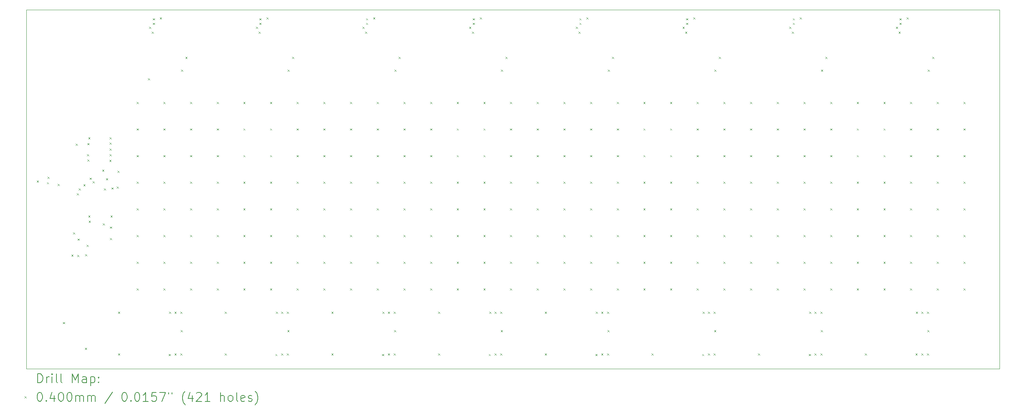
<source format=gbr>
%TF.GenerationSoftware,KiCad,Pcbnew,6.0.8+dfsg-1~bpo11+1*%
%TF.CreationDate,2023-08-01T08:48:22-04:00*%
%TF.ProjectId,14_8x32_self_capacitance,31345f38-7833-4325-9f73-656c665f6361,rev?*%
%TF.SameCoordinates,Original*%
%TF.FileFunction,Drillmap*%
%TF.FilePolarity,Positive*%
%FSLAX45Y45*%
G04 Gerber Fmt 4.5, Leading zero omitted, Abs format (unit mm)*
G04 Created by KiCad (PCBNEW 6.0.8+dfsg-1~bpo11+1) date 2023-08-01 08:48:22*
%MOMM*%
%LPD*%
G01*
G04 APERTURE LIST*
%ADD10C,0.100000*%
%ADD11C,0.200000*%
%ADD12C,0.040000*%
G04 APERTURE END LIST*
D10*
X4630000Y-3880000D02*
X26520000Y-3880000D01*
X26520000Y-3880000D02*
X26520000Y-11960000D01*
X26520000Y-11960000D02*
X4630000Y-11960000D01*
X4630000Y-11960000D02*
X4630000Y-3880000D01*
D11*
D12*
X4860000Y-7720000D02*
X4900000Y-7760000D01*
X4900000Y-7720000D02*
X4860000Y-7760000D01*
X5090000Y-7760000D02*
X5130000Y-7800000D01*
X5130000Y-7760000D02*
X5090000Y-7800000D01*
X5100000Y-7640000D02*
X5140000Y-7680000D01*
X5140000Y-7640000D02*
X5100000Y-7680000D01*
X5330000Y-7800000D02*
X5370000Y-7840000D01*
X5370000Y-7800000D02*
X5330000Y-7840000D01*
X5450000Y-10910000D02*
X5490000Y-10950000D01*
X5490000Y-10910000D02*
X5450000Y-10950000D01*
X5640000Y-9390000D02*
X5680000Y-9430000D01*
X5680000Y-9390000D02*
X5640000Y-9430000D01*
X5680000Y-8890000D02*
X5720000Y-8930000D01*
X5720000Y-8890000D02*
X5680000Y-8930000D01*
X5740000Y-6890000D02*
X5780000Y-6930000D01*
X5780000Y-6890000D02*
X5740000Y-6930000D01*
X5760000Y-8010000D02*
X5800000Y-8050000D01*
X5800000Y-8010000D02*
X5760000Y-8050000D01*
X5770000Y-9400000D02*
X5810000Y-9440000D01*
X5810000Y-9400000D02*
X5770000Y-9440000D01*
X5780000Y-9030000D02*
X5820000Y-9070000D01*
X5820000Y-9030000D02*
X5780000Y-9070000D01*
X5805921Y-7900000D02*
X5845921Y-7940000D01*
X5845921Y-7900000D02*
X5805921Y-7940000D01*
X5910000Y-7810000D02*
X5950000Y-7850000D01*
X5950000Y-7810000D02*
X5910000Y-7850000D01*
X5945921Y-11490000D02*
X5985921Y-11530000D01*
X5985921Y-11490000D02*
X5945921Y-11530000D01*
X5950000Y-9380000D02*
X5990000Y-9420000D01*
X5990000Y-9380000D02*
X5950000Y-9420000D01*
X5980000Y-9170000D02*
X6020000Y-9210000D01*
X6020000Y-9170000D02*
X5980000Y-9210000D01*
X5990000Y-7130000D02*
X6030000Y-7170000D01*
X6030000Y-7130000D02*
X5990000Y-7170000D01*
X6000000Y-6880000D02*
X6040000Y-6920000D01*
X6040000Y-6880000D02*
X6000000Y-6920000D01*
X6000000Y-7250000D02*
X6040000Y-7290000D01*
X6040000Y-7250000D02*
X6000000Y-7290000D01*
X6020000Y-6750000D02*
X6060000Y-6790000D01*
X6060000Y-6750000D02*
X6020000Y-6790000D01*
X6020000Y-8510000D02*
X6060000Y-8550000D01*
X6060000Y-8510000D02*
X6020000Y-8550000D01*
X6030000Y-8630000D02*
X6070000Y-8670000D01*
X6070000Y-8630000D02*
X6030000Y-8670000D01*
X6050000Y-7660000D02*
X6090000Y-7700000D01*
X6090000Y-7660000D02*
X6050000Y-7700000D01*
X6120000Y-7740000D02*
X6160000Y-7780000D01*
X6160000Y-7740000D02*
X6120000Y-7780000D01*
X6335000Y-7475000D02*
X6375000Y-7515000D01*
X6375000Y-7475000D02*
X6335000Y-7515000D01*
X6350000Y-8690000D02*
X6390000Y-8730000D01*
X6390000Y-8690000D02*
X6350000Y-8730000D01*
X6370000Y-7900000D02*
X6410000Y-7940000D01*
X6410000Y-7900000D02*
X6370000Y-7940000D01*
X6420000Y-7670000D02*
X6460000Y-7710000D01*
X6460000Y-7670000D02*
X6420000Y-7710000D01*
X6495500Y-7254500D02*
X6535500Y-7294500D01*
X6535500Y-7254500D02*
X6495500Y-7294500D01*
X6500000Y-6750000D02*
X6540000Y-6790000D01*
X6540000Y-6750000D02*
X6500000Y-6790000D01*
X6500000Y-6870000D02*
X6540000Y-6910000D01*
X6540000Y-6870000D02*
X6500000Y-6910000D01*
X6500000Y-7000000D02*
X6540000Y-7040000D01*
X6540000Y-7000000D02*
X6500000Y-7040000D01*
X6500000Y-7130000D02*
X6540000Y-7170000D01*
X6540000Y-7130000D02*
X6500000Y-7170000D01*
X6510000Y-8760000D02*
X6550000Y-8800000D01*
X6550000Y-8760000D02*
X6510000Y-8800000D01*
X6510000Y-9020000D02*
X6550000Y-9060000D01*
X6550000Y-9020000D02*
X6510000Y-9060000D01*
X6520000Y-8510000D02*
X6560000Y-8550000D01*
X6560000Y-8510000D02*
X6520000Y-8550000D01*
X6540000Y-7880000D02*
X6580000Y-7920000D01*
X6580000Y-7880000D02*
X6540000Y-7920000D01*
X6660000Y-7860000D02*
X6700000Y-7900000D01*
X6700000Y-7860000D02*
X6660000Y-7900000D01*
X6680000Y-7500000D02*
X6720000Y-7540000D01*
X6720000Y-7500000D02*
X6680000Y-7540000D01*
X6690000Y-10680000D02*
X6730000Y-10720000D01*
X6730000Y-10680000D02*
X6690000Y-10720000D01*
X6690000Y-11620000D02*
X6730000Y-11660000D01*
X6730000Y-11620000D02*
X6690000Y-11660000D01*
X7110000Y-5950000D02*
X7150000Y-5990000D01*
X7150000Y-5950000D02*
X7110000Y-5990000D01*
X7110000Y-6550000D02*
X7150000Y-6590000D01*
X7150000Y-6550000D02*
X7110000Y-6590000D01*
X7110000Y-7150000D02*
X7150000Y-7190000D01*
X7150000Y-7150000D02*
X7110000Y-7190000D01*
X7110000Y-7750000D02*
X7150000Y-7790000D01*
X7150000Y-7750000D02*
X7110000Y-7790000D01*
X7110000Y-8350000D02*
X7150000Y-8390000D01*
X7150000Y-8350000D02*
X7110000Y-8390000D01*
X7110000Y-8950000D02*
X7150000Y-8990000D01*
X7150000Y-8950000D02*
X7110000Y-8990000D01*
X7110000Y-9550000D02*
X7150000Y-9590000D01*
X7150000Y-9550000D02*
X7110000Y-9590000D01*
X7110000Y-10150000D02*
X7150000Y-10190000D01*
X7150000Y-10150000D02*
X7110000Y-10190000D01*
X7360000Y-5420000D02*
X7400000Y-5460000D01*
X7400000Y-5420000D02*
X7360000Y-5460000D01*
X7390000Y-4260000D02*
X7430000Y-4300000D01*
X7430000Y-4260000D02*
X7390000Y-4300000D01*
X7450000Y-4370000D02*
X7490000Y-4410000D01*
X7490000Y-4370000D02*
X7450000Y-4410000D01*
X7470000Y-4070000D02*
X7510000Y-4110000D01*
X7510000Y-4070000D02*
X7470000Y-4110000D01*
X7470000Y-4170000D02*
X7510000Y-4210000D01*
X7510000Y-4170000D02*
X7470000Y-4210000D01*
X7629605Y-4050395D02*
X7669605Y-4090395D01*
X7669605Y-4050395D02*
X7629605Y-4090395D01*
X7710000Y-5950000D02*
X7750000Y-5990000D01*
X7750000Y-5950000D02*
X7710000Y-5990000D01*
X7710000Y-6550000D02*
X7750000Y-6590000D01*
X7750000Y-6550000D02*
X7710000Y-6590000D01*
X7710000Y-7150000D02*
X7750000Y-7190000D01*
X7750000Y-7150000D02*
X7710000Y-7190000D01*
X7710000Y-7750000D02*
X7750000Y-7790000D01*
X7750000Y-7750000D02*
X7710000Y-7790000D01*
X7710000Y-8350000D02*
X7750000Y-8390000D01*
X7750000Y-8350000D02*
X7710000Y-8390000D01*
X7710000Y-8950000D02*
X7750000Y-8990000D01*
X7750000Y-8950000D02*
X7710000Y-8990000D01*
X7710000Y-9550000D02*
X7750000Y-9590000D01*
X7750000Y-9550000D02*
X7710000Y-9590000D01*
X7710000Y-10150000D02*
X7750000Y-10190000D01*
X7750000Y-10150000D02*
X7710000Y-10190000D01*
X7830000Y-11630000D02*
X7870000Y-11670000D01*
X7870000Y-11630000D02*
X7830000Y-11670000D01*
X7840000Y-10680000D02*
X7880000Y-10720000D01*
X7880000Y-10680000D02*
X7840000Y-10720000D01*
X7960000Y-10680000D02*
X8000000Y-10720000D01*
X8000000Y-10680000D02*
X7960000Y-10720000D01*
X7960000Y-11620000D02*
X8000000Y-11660000D01*
X8000000Y-11620000D02*
X7960000Y-11660000D01*
X8090000Y-10680000D02*
X8130000Y-10720000D01*
X8130000Y-10680000D02*
X8090000Y-10720000D01*
X8090000Y-11620000D02*
X8130000Y-11660000D01*
X8130000Y-11620000D02*
X8090000Y-11660000D01*
X8100000Y-11090000D02*
X8140000Y-11130000D01*
X8140000Y-11090000D02*
X8100000Y-11130000D01*
X8106450Y-5223550D02*
X8146450Y-5263550D01*
X8146450Y-5223550D02*
X8106450Y-5263550D01*
X8204550Y-4934550D02*
X8244550Y-4974550D01*
X8244550Y-4934550D02*
X8204550Y-4974550D01*
X8310000Y-5950000D02*
X8350000Y-5990000D01*
X8350000Y-5950000D02*
X8310000Y-5990000D01*
X8310000Y-6550000D02*
X8350000Y-6590000D01*
X8350000Y-6550000D02*
X8310000Y-6590000D01*
X8310000Y-7150000D02*
X8350000Y-7190000D01*
X8350000Y-7150000D02*
X8310000Y-7190000D01*
X8310000Y-7750000D02*
X8350000Y-7790000D01*
X8350000Y-7750000D02*
X8310000Y-7790000D01*
X8310000Y-8350000D02*
X8350000Y-8390000D01*
X8350000Y-8350000D02*
X8310000Y-8390000D01*
X8310000Y-8950000D02*
X8350000Y-8990000D01*
X8350000Y-8950000D02*
X8310000Y-8990000D01*
X8310000Y-9550000D02*
X8350000Y-9590000D01*
X8350000Y-9550000D02*
X8310000Y-9590000D01*
X8310000Y-10150000D02*
X8350000Y-10190000D01*
X8350000Y-10150000D02*
X8310000Y-10190000D01*
X8910000Y-5950000D02*
X8950000Y-5990000D01*
X8950000Y-5950000D02*
X8910000Y-5990000D01*
X8910000Y-6550000D02*
X8950000Y-6590000D01*
X8950000Y-6550000D02*
X8910000Y-6590000D01*
X8910000Y-7150000D02*
X8950000Y-7190000D01*
X8950000Y-7150000D02*
X8910000Y-7190000D01*
X8910000Y-7750000D02*
X8950000Y-7790000D01*
X8950000Y-7750000D02*
X8910000Y-7790000D01*
X8910000Y-8350000D02*
X8950000Y-8390000D01*
X8950000Y-8350000D02*
X8910000Y-8390000D01*
X8910000Y-8950000D02*
X8950000Y-8990000D01*
X8950000Y-8950000D02*
X8910000Y-8990000D01*
X8910000Y-9550000D02*
X8950000Y-9590000D01*
X8950000Y-9550000D02*
X8910000Y-9590000D01*
X8910000Y-10150000D02*
X8950000Y-10190000D01*
X8950000Y-10150000D02*
X8910000Y-10190000D01*
X9090000Y-10680000D02*
X9130000Y-10720000D01*
X9130000Y-10680000D02*
X9090000Y-10720000D01*
X9090000Y-11620000D02*
X9130000Y-11660000D01*
X9130000Y-11620000D02*
X9090000Y-11660000D01*
X9510000Y-5950000D02*
X9550000Y-5990000D01*
X9550000Y-5950000D02*
X9510000Y-5990000D01*
X9510000Y-6550000D02*
X9550000Y-6590000D01*
X9550000Y-6550000D02*
X9510000Y-6590000D01*
X9510000Y-7150000D02*
X9550000Y-7190000D01*
X9550000Y-7150000D02*
X9510000Y-7190000D01*
X9510000Y-7750000D02*
X9550000Y-7790000D01*
X9550000Y-7750000D02*
X9510000Y-7790000D01*
X9510000Y-8350000D02*
X9550000Y-8390000D01*
X9550000Y-8350000D02*
X9510000Y-8390000D01*
X9510000Y-8950000D02*
X9550000Y-8990000D01*
X9550000Y-8950000D02*
X9510000Y-8990000D01*
X9510000Y-9550000D02*
X9550000Y-9590000D01*
X9550000Y-9550000D02*
X9510000Y-9590000D01*
X9510000Y-10150000D02*
X9550000Y-10190000D01*
X9550000Y-10150000D02*
X9510000Y-10190000D01*
X9790000Y-4260000D02*
X9830000Y-4300000D01*
X9830000Y-4260000D02*
X9790000Y-4300000D01*
X9850000Y-4370000D02*
X9890000Y-4410000D01*
X9890000Y-4370000D02*
X9850000Y-4410000D01*
X9870000Y-4070000D02*
X9910000Y-4110000D01*
X9910000Y-4070000D02*
X9870000Y-4110000D01*
X9870000Y-4170000D02*
X9910000Y-4210000D01*
X9910000Y-4170000D02*
X9870000Y-4210000D01*
X10029605Y-4050395D02*
X10069605Y-4090395D01*
X10069605Y-4050395D02*
X10029605Y-4090395D01*
X10110000Y-5950000D02*
X10150000Y-5990000D01*
X10150000Y-5950000D02*
X10110000Y-5990000D01*
X10110000Y-6550000D02*
X10150000Y-6590000D01*
X10150000Y-6550000D02*
X10110000Y-6590000D01*
X10110000Y-7150000D02*
X10150000Y-7190000D01*
X10150000Y-7150000D02*
X10110000Y-7190000D01*
X10110000Y-7750000D02*
X10150000Y-7790000D01*
X10150000Y-7750000D02*
X10110000Y-7790000D01*
X10110000Y-8350000D02*
X10150000Y-8390000D01*
X10150000Y-8350000D02*
X10110000Y-8390000D01*
X10110000Y-8950000D02*
X10150000Y-8990000D01*
X10150000Y-8950000D02*
X10110000Y-8990000D01*
X10110000Y-9550000D02*
X10150000Y-9590000D01*
X10150000Y-9550000D02*
X10110000Y-9590000D01*
X10110000Y-10150000D02*
X10150000Y-10190000D01*
X10150000Y-10150000D02*
X10110000Y-10190000D01*
X10230000Y-11630000D02*
X10270000Y-11670000D01*
X10270000Y-11630000D02*
X10230000Y-11670000D01*
X10240000Y-10680000D02*
X10280000Y-10720000D01*
X10280000Y-10680000D02*
X10240000Y-10720000D01*
X10360000Y-10680000D02*
X10400000Y-10720000D01*
X10400000Y-10680000D02*
X10360000Y-10720000D01*
X10360000Y-11620000D02*
X10400000Y-11660000D01*
X10400000Y-11620000D02*
X10360000Y-11660000D01*
X10490000Y-10680000D02*
X10530000Y-10720000D01*
X10530000Y-10680000D02*
X10490000Y-10720000D01*
X10490000Y-11620000D02*
X10530000Y-11660000D01*
X10530000Y-11620000D02*
X10490000Y-11660000D01*
X10500000Y-11090000D02*
X10540000Y-11130000D01*
X10540000Y-11090000D02*
X10500000Y-11130000D01*
X10506450Y-5223550D02*
X10546450Y-5263550D01*
X10546450Y-5223550D02*
X10506450Y-5263550D01*
X10604550Y-4934550D02*
X10644550Y-4974550D01*
X10644550Y-4934550D02*
X10604550Y-4974550D01*
X10710000Y-5950000D02*
X10750000Y-5990000D01*
X10750000Y-5950000D02*
X10710000Y-5990000D01*
X10710000Y-6550000D02*
X10750000Y-6590000D01*
X10750000Y-6550000D02*
X10710000Y-6590000D01*
X10710000Y-7150000D02*
X10750000Y-7190000D01*
X10750000Y-7150000D02*
X10710000Y-7190000D01*
X10710000Y-7750000D02*
X10750000Y-7790000D01*
X10750000Y-7750000D02*
X10710000Y-7790000D01*
X10710000Y-8350000D02*
X10750000Y-8390000D01*
X10750000Y-8350000D02*
X10710000Y-8390000D01*
X10710000Y-8950000D02*
X10750000Y-8990000D01*
X10750000Y-8950000D02*
X10710000Y-8990000D01*
X10710000Y-9550000D02*
X10750000Y-9590000D01*
X10750000Y-9550000D02*
X10710000Y-9590000D01*
X10710000Y-10150000D02*
X10750000Y-10190000D01*
X10750000Y-10150000D02*
X10710000Y-10190000D01*
X11310000Y-5950000D02*
X11350000Y-5990000D01*
X11350000Y-5950000D02*
X11310000Y-5990000D01*
X11310000Y-6550000D02*
X11350000Y-6590000D01*
X11350000Y-6550000D02*
X11310000Y-6590000D01*
X11310000Y-7150000D02*
X11350000Y-7190000D01*
X11350000Y-7150000D02*
X11310000Y-7190000D01*
X11310000Y-7750000D02*
X11350000Y-7790000D01*
X11350000Y-7750000D02*
X11310000Y-7790000D01*
X11310000Y-8350000D02*
X11350000Y-8390000D01*
X11350000Y-8350000D02*
X11310000Y-8390000D01*
X11310000Y-8950000D02*
X11350000Y-8990000D01*
X11350000Y-8950000D02*
X11310000Y-8990000D01*
X11310000Y-9550000D02*
X11350000Y-9590000D01*
X11350000Y-9550000D02*
X11310000Y-9590000D01*
X11310000Y-10150000D02*
X11350000Y-10190000D01*
X11350000Y-10150000D02*
X11310000Y-10190000D01*
X11490000Y-10680000D02*
X11530000Y-10720000D01*
X11530000Y-10680000D02*
X11490000Y-10720000D01*
X11490000Y-11620000D02*
X11530000Y-11660000D01*
X11530000Y-11620000D02*
X11490000Y-11660000D01*
X11910000Y-5950000D02*
X11950000Y-5990000D01*
X11950000Y-5950000D02*
X11910000Y-5990000D01*
X11910000Y-6550000D02*
X11950000Y-6590000D01*
X11950000Y-6550000D02*
X11910000Y-6590000D01*
X11910000Y-7150000D02*
X11950000Y-7190000D01*
X11950000Y-7150000D02*
X11910000Y-7190000D01*
X11910000Y-7750000D02*
X11950000Y-7790000D01*
X11950000Y-7750000D02*
X11910000Y-7790000D01*
X11910000Y-8350000D02*
X11950000Y-8390000D01*
X11950000Y-8350000D02*
X11910000Y-8390000D01*
X11910000Y-8950000D02*
X11950000Y-8990000D01*
X11950000Y-8950000D02*
X11910000Y-8990000D01*
X11910000Y-9550000D02*
X11950000Y-9590000D01*
X11950000Y-9550000D02*
X11910000Y-9590000D01*
X11910000Y-10150000D02*
X11950000Y-10190000D01*
X11950000Y-10150000D02*
X11910000Y-10190000D01*
X12190000Y-4260000D02*
X12230000Y-4300000D01*
X12230000Y-4260000D02*
X12190000Y-4300000D01*
X12250000Y-4370000D02*
X12290000Y-4410000D01*
X12290000Y-4370000D02*
X12250000Y-4410000D01*
X12270000Y-4070000D02*
X12310000Y-4110000D01*
X12310000Y-4070000D02*
X12270000Y-4110000D01*
X12270000Y-4170000D02*
X12310000Y-4210000D01*
X12310000Y-4170000D02*
X12270000Y-4210000D01*
X12429605Y-4050395D02*
X12469605Y-4090395D01*
X12469605Y-4050395D02*
X12429605Y-4090395D01*
X12510000Y-5950000D02*
X12550000Y-5990000D01*
X12550000Y-5950000D02*
X12510000Y-5990000D01*
X12510000Y-6550000D02*
X12550000Y-6590000D01*
X12550000Y-6550000D02*
X12510000Y-6590000D01*
X12510000Y-7150000D02*
X12550000Y-7190000D01*
X12550000Y-7150000D02*
X12510000Y-7190000D01*
X12510000Y-7750000D02*
X12550000Y-7790000D01*
X12550000Y-7750000D02*
X12510000Y-7790000D01*
X12510000Y-8350000D02*
X12550000Y-8390000D01*
X12550000Y-8350000D02*
X12510000Y-8390000D01*
X12510000Y-8950000D02*
X12550000Y-8990000D01*
X12550000Y-8950000D02*
X12510000Y-8990000D01*
X12510000Y-9550000D02*
X12550000Y-9590000D01*
X12550000Y-9550000D02*
X12510000Y-9590000D01*
X12510000Y-10150000D02*
X12550000Y-10190000D01*
X12550000Y-10150000D02*
X12510000Y-10190000D01*
X12630000Y-11630000D02*
X12670000Y-11670000D01*
X12670000Y-11630000D02*
X12630000Y-11670000D01*
X12640000Y-10680000D02*
X12680000Y-10720000D01*
X12680000Y-10680000D02*
X12640000Y-10720000D01*
X12760000Y-10680000D02*
X12800000Y-10720000D01*
X12800000Y-10680000D02*
X12760000Y-10720000D01*
X12760000Y-11620000D02*
X12800000Y-11660000D01*
X12800000Y-11620000D02*
X12760000Y-11660000D01*
X12890000Y-10680000D02*
X12930000Y-10720000D01*
X12930000Y-10680000D02*
X12890000Y-10720000D01*
X12890000Y-11620000D02*
X12930000Y-11660000D01*
X12930000Y-11620000D02*
X12890000Y-11660000D01*
X12900000Y-11090000D02*
X12940000Y-11130000D01*
X12940000Y-11090000D02*
X12900000Y-11130000D01*
X12906450Y-5223550D02*
X12946450Y-5263550D01*
X12946450Y-5223550D02*
X12906450Y-5263550D01*
X13004550Y-4934550D02*
X13044550Y-4974550D01*
X13044550Y-4934550D02*
X13004550Y-4974550D01*
X13110000Y-5950000D02*
X13150000Y-5990000D01*
X13150000Y-5950000D02*
X13110000Y-5990000D01*
X13110000Y-6550000D02*
X13150000Y-6590000D01*
X13150000Y-6550000D02*
X13110000Y-6590000D01*
X13110000Y-7150000D02*
X13150000Y-7190000D01*
X13150000Y-7150000D02*
X13110000Y-7190000D01*
X13110000Y-7750000D02*
X13150000Y-7790000D01*
X13150000Y-7750000D02*
X13110000Y-7790000D01*
X13110000Y-8350000D02*
X13150000Y-8390000D01*
X13150000Y-8350000D02*
X13110000Y-8390000D01*
X13110000Y-8950000D02*
X13150000Y-8990000D01*
X13150000Y-8950000D02*
X13110000Y-8990000D01*
X13110000Y-9550000D02*
X13150000Y-9590000D01*
X13150000Y-9550000D02*
X13110000Y-9590000D01*
X13110000Y-10150000D02*
X13150000Y-10190000D01*
X13150000Y-10150000D02*
X13110000Y-10190000D01*
X13710000Y-5950000D02*
X13750000Y-5990000D01*
X13750000Y-5950000D02*
X13710000Y-5990000D01*
X13710000Y-6550000D02*
X13750000Y-6590000D01*
X13750000Y-6550000D02*
X13710000Y-6590000D01*
X13710000Y-7150000D02*
X13750000Y-7190000D01*
X13750000Y-7150000D02*
X13710000Y-7190000D01*
X13710000Y-7750000D02*
X13750000Y-7790000D01*
X13750000Y-7750000D02*
X13710000Y-7790000D01*
X13710000Y-8350000D02*
X13750000Y-8390000D01*
X13750000Y-8350000D02*
X13710000Y-8390000D01*
X13710000Y-8950000D02*
X13750000Y-8990000D01*
X13750000Y-8950000D02*
X13710000Y-8990000D01*
X13710000Y-9550000D02*
X13750000Y-9590000D01*
X13750000Y-9550000D02*
X13710000Y-9590000D01*
X13710000Y-10150000D02*
X13750000Y-10190000D01*
X13750000Y-10150000D02*
X13710000Y-10190000D01*
X13890000Y-10680000D02*
X13930000Y-10720000D01*
X13930000Y-10680000D02*
X13890000Y-10720000D01*
X13890000Y-11620000D02*
X13930000Y-11660000D01*
X13930000Y-11620000D02*
X13890000Y-11660000D01*
X14310000Y-5950000D02*
X14350000Y-5990000D01*
X14350000Y-5950000D02*
X14310000Y-5990000D01*
X14310000Y-6550000D02*
X14350000Y-6590000D01*
X14350000Y-6550000D02*
X14310000Y-6590000D01*
X14310000Y-7150000D02*
X14350000Y-7190000D01*
X14350000Y-7150000D02*
X14310000Y-7190000D01*
X14310000Y-7750000D02*
X14350000Y-7790000D01*
X14350000Y-7750000D02*
X14310000Y-7790000D01*
X14310000Y-8350000D02*
X14350000Y-8390000D01*
X14350000Y-8350000D02*
X14310000Y-8390000D01*
X14310000Y-8950000D02*
X14350000Y-8990000D01*
X14350000Y-8950000D02*
X14310000Y-8990000D01*
X14310000Y-9550000D02*
X14350000Y-9590000D01*
X14350000Y-9550000D02*
X14310000Y-9590000D01*
X14310000Y-10150000D02*
X14350000Y-10190000D01*
X14350000Y-10150000D02*
X14310000Y-10190000D01*
X14590000Y-4260000D02*
X14630000Y-4300000D01*
X14630000Y-4260000D02*
X14590000Y-4300000D01*
X14650000Y-4370000D02*
X14690000Y-4410000D01*
X14690000Y-4370000D02*
X14650000Y-4410000D01*
X14670000Y-4070000D02*
X14710000Y-4110000D01*
X14710000Y-4070000D02*
X14670000Y-4110000D01*
X14670000Y-4170000D02*
X14710000Y-4210000D01*
X14710000Y-4170000D02*
X14670000Y-4210000D01*
X14829605Y-4050395D02*
X14869605Y-4090395D01*
X14869605Y-4050395D02*
X14829605Y-4090395D01*
X14910000Y-5950000D02*
X14950000Y-5990000D01*
X14950000Y-5950000D02*
X14910000Y-5990000D01*
X14910000Y-6550000D02*
X14950000Y-6590000D01*
X14950000Y-6550000D02*
X14910000Y-6590000D01*
X14910000Y-7150000D02*
X14950000Y-7190000D01*
X14950000Y-7150000D02*
X14910000Y-7190000D01*
X14910000Y-7750000D02*
X14950000Y-7790000D01*
X14950000Y-7750000D02*
X14910000Y-7790000D01*
X14910000Y-8350000D02*
X14950000Y-8390000D01*
X14950000Y-8350000D02*
X14910000Y-8390000D01*
X14910000Y-8950000D02*
X14950000Y-8990000D01*
X14950000Y-8950000D02*
X14910000Y-8990000D01*
X14910000Y-9550000D02*
X14950000Y-9590000D01*
X14950000Y-9550000D02*
X14910000Y-9590000D01*
X14910000Y-10150000D02*
X14950000Y-10190000D01*
X14950000Y-10150000D02*
X14910000Y-10190000D01*
X15030000Y-11630000D02*
X15070000Y-11670000D01*
X15070000Y-11630000D02*
X15030000Y-11670000D01*
X15040000Y-10680000D02*
X15080000Y-10720000D01*
X15080000Y-10680000D02*
X15040000Y-10720000D01*
X15160000Y-10680000D02*
X15200000Y-10720000D01*
X15200000Y-10680000D02*
X15160000Y-10720000D01*
X15160000Y-11620000D02*
X15200000Y-11660000D01*
X15200000Y-11620000D02*
X15160000Y-11660000D01*
X15290000Y-10680000D02*
X15330000Y-10720000D01*
X15330000Y-10680000D02*
X15290000Y-10720000D01*
X15290000Y-11620000D02*
X15330000Y-11660000D01*
X15330000Y-11620000D02*
X15290000Y-11660000D01*
X15300000Y-11090000D02*
X15340000Y-11130000D01*
X15340000Y-11090000D02*
X15300000Y-11130000D01*
X15306450Y-5223550D02*
X15346450Y-5263550D01*
X15346450Y-5223550D02*
X15306450Y-5263550D01*
X15404550Y-4934550D02*
X15444550Y-4974550D01*
X15444550Y-4934550D02*
X15404550Y-4974550D01*
X15510000Y-5950000D02*
X15550000Y-5990000D01*
X15550000Y-5950000D02*
X15510000Y-5990000D01*
X15510000Y-6550000D02*
X15550000Y-6590000D01*
X15550000Y-6550000D02*
X15510000Y-6590000D01*
X15510000Y-7150000D02*
X15550000Y-7190000D01*
X15550000Y-7150000D02*
X15510000Y-7190000D01*
X15510000Y-7750000D02*
X15550000Y-7790000D01*
X15550000Y-7750000D02*
X15510000Y-7790000D01*
X15510000Y-8350000D02*
X15550000Y-8390000D01*
X15550000Y-8350000D02*
X15510000Y-8390000D01*
X15510000Y-8950000D02*
X15550000Y-8990000D01*
X15550000Y-8950000D02*
X15510000Y-8990000D01*
X15510000Y-9550000D02*
X15550000Y-9590000D01*
X15550000Y-9550000D02*
X15510000Y-9590000D01*
X15510000Y-10150000D02*
X15550000Y-10190000D01*
X15550000Y-10150000D02*
X15510000Y-10190000D01*
X16110000Y-5950000D02*
X16150000Y-5990000D01*
X16150000Y-5950000D02*
X16110000Y-5990000D01*
X16110000Y-6550000D02*
X16150000Y-6590000D01*
X16150000Y-6550000D02*
X16110000Y-6590000D01*
X16110000Y-7150000D02*
X16150000Y-7190000D01*
X16150000Y-7150000D02*
X16110000Y-7190000D01*
X16110000Y-7750000D02*
X16150000Y-7790000D01*
X16150000Y-7750000D02*
X16110000Y-7790000D01*
X16110000Y-8350000D02*
X16150000Y-8390000D01*
X16150000Y-8350000D02*
X16110000Y-8390000D01*
X16110000Y-8950000D02*
X16150000Y-8990000D01*
X16150000Y-8950000D02*
X16110000Y-8990000D01*
X16110000Y-9550000D02*
X16150000Y-9590000D01*
X16150000Y-9550000D02*
X16110000Y-9590000D01*
X16110000Y-10150000D02*
X16150000Y-10190000D01*
X16150000Y-10150000D02*
X16110000Y-10190000D01*
X16290000Y-10680000D02*
X16330000Y-10720000D01*
X16330000Y-10680000D02*
X16290000Y-10720000D01*
X16290000Y-11620000D02*
X16330000Y-11660000D01*
X16330000Y-11620000D02*
X16290000Y-11660000D01*
X16710000Y-5950000D02*
X16750000Y-5990000D01*
X16750000Y-5950000D02*
X16710000Y-5990000D01*
X16710000Y-6550000D02*
X16750000Y-6590000D01*
X16750000Y-6550000D02*
X16710000Y-6590000D01*
X16710000Y-7150000D02*
X16750000Y-7190000D01*
X16750000Y-7150000D02*
X16710000Y-7190000D01*
X16710000Y-7750000D02*
X16750000Y-7790000D01*
X16750000Y-7750000D02*
X16710000Y-7790000D01*
X16710000Y-8350000D02*
X16750000Y-8390000D01*
X16750000Y-8350000D02*
X16710000Y-8390000D01*
X16710000Y-8950000D02*
X16750000Y-8990000D01*
X16750000Y-8950000D02*
X16710000Y-8990000D01*
X16710000Y-9550000D02*
X16750000Y-9590000D01*
X16750000Y-9550000D02*
X16710000Y-9590000D01*
X16710000Y-10150000D02*
X16750000Y-10190000D01*
X16750000Y-10150000D02*
X16710000Y-10190000D01*
X16990000Y-4260000D02*
X17030000Y-4300000D01*
X17030000Y-4260000D02*
X16990000Y-4300000D01*
X17050000Y-4370000D02*
X17090000Y-4410000D01*
X17090000Y-4370000D02*
X17050000Y-4410000D01*
X17070000Y-4070000D02*
X17110000Y-4110000D01*
X17110000Y-4070000D02*
X17070000Y-4110000D01*
X17070000Y-4170000D02*
X17110000Y-4210000D01*
X17110000Y-4170000D02*
X17070000Y-4210000D01*
X17229605Y-4050395D02*
X17269605Y-4090395D01*
X17269605Y-4050395D02*
X17229605Y-4090395D01*
X17310000Y-5950000D02*
X17350000Y-5990000D01*
X17350000Y-5950000D02*
X17310000Y-5990000D01*
X17310000Y-6550000D02*
X17350000Y-6590000D01*
X17350000Y-6550000D02*
X17310000Y-6590000D01*
X17310000Y-7150000D02*
X17350000Y-7190000D01*
X17350000Y-7150000D02*
X17310000Y-7190000D01*
X17310000Y-7750000D02*
X17350000Y-7790000D01*
X17350000Y-7750000D02*
X17310000Y-7790000D01*
X17310000Y-8350000D02*
X17350000Y-8390000D01*
X17350000Y-8350000D02*
X17310000Y-8390000D01*
X17310000Y-8950000D02*
X17350000Y-8990000D01*
X17350000Y-8950000D02*
X17310000Y-8990000D01*
X17310000Y-9550000D02*
X17350000Y-9590000D01*
X17350000Y-9550000D02*
X17310000Y-9590000D01*
X17310000Y-10150000D02*
X17350000Y-10190000D01*
X17350000Y-10150000D02*
X17310000Y-10190000D01*
X17430000Y-11630000D02*
X17470000Y-11670000D01*
X17470000Y-11630000D02*
X17430000Y-11670000D01*
X17440000Y-10680000D02*
X17480000Y-10720000D01*
X17480000Y-10680000D02*
X17440000Y-10720000D01*
X17560000Y-10680000D02*
X17600000Y-10720000D01*
X17600000Y-10680000D02*
X17560000Y-10720000D01*
X17560000Y-11620000D02*
X17600000Y-11660000D01*
X17600000Y-11620000D02*
X17560000Y-11660000D01*
X17690000Y-10680000D02*
X17730000Y-10720000D01*
X17730000Y-10680000D02*
X17690000Y-10720000D01*
X17690000Y-11620000D02*
X17730000Y-11660000D01*
X17730000Y-11620000D02*
X17690000Y-11660000D01*
X17700000Y-11090000D02*
X17740000Y-11130000D01*
X17740000Y-11090000D02*
X17700000Y-11130000D01*
X17706450Y-5223550D02*
X17746450Y-5263550D01*
X17746450Y-5223550D02*
X17706450Y-5263550D01*
X17804550Y-4934550D02*
X17844550Y-4974550D01*
X17844550Y-4934550D02*
X17804550Y-4974550D01*
X17910000Y-5950000D02*
X17950000Y-5990000D01*
X17950000Y-5950000D02*
X17910000Y-5990000D01*
X17910000Y-6550000D02*
X17950000Y-6590000D01*
X17950000Y-6550000D02*
X17910000Y-6590000D01*
X17910000Y-7150000D02*
X17950000Y-7190000D01*
X17950000Y-7150000D02*
X17910000Y-7190000D01*
X17910000Y-7750000D02*
X17950000Y-7790000D01*
X17950000Y-7750000D02*
X17910000Y-7790000D01*
X17910000Y-8350000D02*
X17950000Y-8390000D01*
X17950000Y-8350000D02*
X17910000Y-8390000D01*
X17910000Y-8950000D02*
X17950000Y-8990000D01*
X17950000Y-8950000D02*
X17910000Y-8990000D01*
X17910000Y-9550000D02*
X17950000Y-9590000D01*
X17950000Y-9550000D02*
X17910000Y-9590000D01*
X17910000Y-10150000D02*
X17950000Y-10190000D01*
X17950000Y-10150000D02*
X17910000Y-10190000D01*
X18510000Y-5950000D02*
X18550000Y-5990000D01*
X18550000Y-5950000D02*
X18510000Y-5990000D01*
X18510000Y-6550000D02*
X18550000Y-6590000D01*
X18550000Y-6550000D02*
X18510000Y-6590000D01*
X18510000Y-7150000D02*
X18550000Y-7190000D01*
X18550000Y-7150000D02*
X18510000Y-7190000D01*
X18510000Y-7750000D02*
X18550000Y-7790000D01*
X18550000Y-7750000D02*
X18510000Y-7790000D01*
X18510000Y-8350000D02*
X18550000Y-8390000D01*
X18550000Y-8350000D02*
X18510000Y-8390000D01*
X18510000Y-8950000D02*
X18550000Y-8990000D01*
X18550000Y-8950000D02*
X18510000Y-8990000D01*
X18510000Y-9550000D02*
X18550000Y-9590000D01*
X18550000Y-9550000D02*
X18510000Y-9590000D01*
X18510000Y-10150000D02*
X18550000Y-10190000D01*
X18550000Y-10150000D02*
X18510000Y-10190000D01*
X18690000Y-11620000D02*
X18730000Y-11660000D01*
X18730000Y-11620000D02*
X18690000Y-11660000D01*
X19110000Y-5950000D02*
X19150000Y-5990000D01*
X19150000Y-5950000D02*
X19110000Y-5990000D01*
X19110000Y-6550000D02*
X19150000Y-6590000D01*
X19150000Y-6550000D02*
X19110000Y-6590000D01*
X19110000Y-7150000D02*
X19150000Y-7190000D01*
X19150000Y-7150000D02*
X19110000Y-7190000D01*
X19110000Y-7750000D02*
X19150000Y-7790000D01*
X19150000Y-7750000D02*
X19110000Y-7790000D01*
X19110000Y-8350000D02*
X19150000Y-8390000D01*
X19150000Y-8350000D02*
X19110000Y-8390000D01*
X19110000Y-8950000D02*
X19150000Y-8990000D01*
X19150000Y-8950000D02*
X19110000Y-8990000D01*
X19110000Y-9550000D02*
X19150000Y-9590000D01*
X19150000Y-9550000D02*
X19110000Y-9590000D01*
X19110000Y-10150000D02*
X19150000Y-10190000D01*
X19150000Y-10150000D02*
X19110000Y-10190000D01*
X19390000Y-4260000D02*
X19430000Y-4300000D01*
X19430000Y-4260000D02*
X19390000Y-4300000D01*
X19450000Y-4370000D02*
X19490000Y-4410000D01*
X19490000Y-4370000D02*
X19450000Y-4410000D01*
X19470000Y-4070000D02*
X19510000Y-4110000D01*
X19510000Y-4070000D02*
X19470000Y-4110000D01*
X19470000Y-4170000D02*
X19510000Y-4210000D01*
X19510000Y-4170000D02*
X19470000Y-4210000D01*
X19629605Y-4050395D02*
X19669605Y-4090395D01*
X19669605Y-4050395D02*
X19629605Y-4090395D01*
X19710000Y-5950000D02*
X19750000Y-5990000D01*
X19750000Y-5950000D02*
X19710000Y-5990000D01*
X19710000Y-6550000D02*
X19750000Y-6590000D01*
X19750000Y-6550000D02*
X19710000Y-6590000D01*
X19710000Y-7150000D02*
X19750000Y-7190000D01*
X19750000Y-7150000D02*
X19710000Y-7190000D01*
X19710000Y-7750000D02*
X19750000Y-7790000D01*
X19750000Y-7750000D02*
X19710000Y-7790000D01*
X19710000Y-8350000D02*
X19750000Y-8390000D01*
X19750000Y-8350000D02*
X19710000Y-8390000D01*
X19710000Y-8950000D02*
X19750000Y-8990000D01*
X19750000Y-8950000D02*
X19710000Y-8990000D01*
X19710000Y-9550000D02*
X19750000Y-9590000D01*
X19750000Y-9550000D02*
X19710000Y-9590000D01*
X19710000Y-10150000D02*
X19750000Y-10190000D01*
X19750000Y-10150000D02*
X19710000Y-10190000D01*
X19830000Y-11630000D02*
X19870000Y-11670000D01*
X19870000Y-11630000D02*
X19830000Y-11670000D01*
X19840000Y-10680000D02*
X19880000Y-10720000D01*
X19880000Y-10680000D02*
X19840000Y-10720000D01*
X19960000Y-10680000D02*
X20000000Y-10720000D01*
X20000000Y-10680000D02*
X19960000Y-10720000D01*
X19960000Y-11620000D02*
X20000000Y-11660000D01*
X20000000Y-11620000D02*
X19960000Y-11660000D01*
X20090000Y-10680000D02*
X20130000Y-10720000D01*
X20130000Y-10680000D02*
X20090000Y-10720000D01*
X20090000Y-11620000D02*
X20130000Y-11660000D01*
X20130000Y-11620000D02*
X20090000Y-11660000D01*
X20100000Y-11090000D02*
X20140000Y-11130000D01*
X20140000Y-11090000D02*
X20100000Y-11130000D01*
X20106450Y-5223550D02*
X20146450Y-5263550D01*
X20146450Y-5223550D02*
X20106450Y-5263550D01*
X20204550Y-4934550D02*
X20244550Y-4974550D01*
X20244550Y-4934550D02*
X20204550Y-4974550D01*
X20310000Y-5950000D02*
X20350000Y-5990000D01*
X20350000Y-5950000D02*
X20310000Y-5990000D01*
X20310000Y-6550000D02*
X20350000Y-6590000D01*
X20350000Y-6550000D02*
X20310000Y-6590000D01*
X20310000Y-7150000D02*
X20350000Y-7190000D01*
X20350000Y-7150000D02*
X20310000Y-7190000D01*
X20310000Y-7750000D02*
X20350000Y-7790000D01*
X20350000Y-7750000D02*
X20310000Y-7790000D01*
X20310000Y-8350000D02*
X20350000Y-8390000D01*
X20350000Y-8350000D02*
X20310000Y-8390000D01*
X20310000Y-8950000D02*
X20350000Y-8990000D01*
X20350000Y-8950000D02*
X20310000Y-8990000D01*
X20310000Y-9550000D02*
X20350000Y-9590000D01*
X20350000Y-9550000D02*
X20310000Y-9590000D01*
X20310000Y-10150000D02*
X20350000Y-10190000D01*
X20350000Y-10150000D02*
X20310000Y-10190000D01*
X20910000Y-5950000D02*
X20950000Y-5990000D01*
X20950000Y-5950000D02*
X20910000Y-5990000D01*
X20910000Y-6550000D02*
X20950000Y-6590000D01*
X20950000Y-6550000D02*
X20910000Y-6590000D01*
X20910000Y-7150000D02*
X20950000Y-7190000D01*
X20950000Y-7150000D02*
X20910000Y-7190000D01*
X20910000Y-7750000D02*
X20950000Y-7790000D01*
X20950000Y-7750000D02*
X20910000Y-7790000D01*
X20910000Y-8350000D02*
X20950000Y-8390000D01*
X20950000Y-8350000D02*
X20910000Y-8390000D01*
X20910000Y-8950000D02*
X20950000Y-8990000D01*
X20950000Y-8950000D02*
X20910000Y-8990000D01*
X20910000Y-9550000D02*
X20950000Y-9590000D01*
X20950000Y-9550000D02*
X20910000Y-9590000D01*
X20910000Y-10150000D02*
X20950000Y-10190000D01*
X20950000Y-10150000D02*
X20910000Y-10190000D01*
X21090000Y-11620000D02*
X21130000Y-11660000D01*
X21130000Y-11620000D02*
X21090000Y-11660000D01*
X21510000Y-5950000D02*
X21550000Y-5990000D01*
X21550000Y-5950000D02*
X21510000Y-5990000D01*
X21510000Y-6550000D02*
X21550000Y-6590000D01*
X21550000Y-6550000D02*
X21510000Y-6590000D01*
X21510000Y-7150000D02*
X21550000Y-7190000D01*
X21550000Y-7150000D02*
X21510000Y-7190000D01*
X21510000Y-7750000D02*
X21550000Y-7790000D01*
X21550000Y-7750000D02*
X21510000Y-7790000D01*
X21510000Y-8350000D02*
X21550000Y-8390000D01*
X21550000Y-8350000D02*
X21510000Y-8390000D01*
X21510000Y-8950000D02*
X21550000Y-8990000D01*
X21550000Y-8950000D02*
X21510000Y-8990000D01*
X21510000Y-9550000D02*
X21550000Y-9590000D01*
X21550000Y-9550000D02*
X21510000Y-9590000D01*
X21510000Y-10150000D02*
X21550000Y-10190000D01*
X21550000Y-10150000D02*
X21510000Y-10190000D01*
X21790000Y-4260000D02*
X21830000Y-4300000D01*
X21830000Y-4260000D02*
X21790000Y-4300000D01*
X21850000Y-4370000D02*
X21890000Y-4410000D01*
X21890000Y-4370000D02*
X21850000Y-4410000D01*
X21870000Y-4070000D02*
X21910000Y-4110000D01*
X21910000Y-4070000D02*
X21870000Y-4110000D01*
X21870000Y-4170000D02*
X21910000Y-4210000D01*
X21910000Y-4170000D02*
X21870000Y-4210000D01*
X22029605Y-4050395D02*
X22069605Y-4090395D01*
X22069605Y-4050395D02*
X22029605Y-4090395D01*
X22110000Y-5950000D02*
X22150000Y-5990000D01*
X22150000Y-5950000D02*
X22110000Y-5990000D01*
X22110000Y-6550000D02*
X22150000Y-6590000D01*
X22150000Y-6550000D02*
X22110000Y-6590000D01*
X22110000Y-7150000D02*
X22150000Y-7190000D01*
X22150000Y-7150000D02*
X22110000Y-7190000D01*
X22110000Y-7750000D02*
X22150000Y-7790000D01*
X22150000Y-7750000D02*
X22110000Y-7790000D01*
X22110000Y-8350000D02*
X22150000Y-8390000D01*
X22150000Y-8350000D02*
X22110000Y-8390000D01*
X22110000Y-8950000D02*
X22150000Y-8990000D01*
X22150000Y-8950000D02*
X22110000Y-8990000D01*
X22110000Y-9550000D02*
X22150000Y-9590000D01*
X22150000Y-9550000D02*
X22110000Y-9590000D01*
X22110000Y-10150000D02*
X22150000Y-10190000D01*
X22150000Y-10150000D02*
X22110000Y-10190000D01*
X22230000Y-11630000D02*
X22270000Y-11670000D01*
X22270000Y-11630000D02*
X22230000Y-11670000D01*
X22240000Y-10680000D02*
X22280000Y-10720000D01*
X22280000Y-10680000D02*
X22240000Y-10720000D01*
X22360000Y-10680000D02*
X22400000Y-10720000D01*
X22400000Y-10680000D02*
X22360000Y-10720000D01*
X22360000Y-11620000D02*
X22400000Y-11660000D01*
X22400000Y-11620000D02*
X22360000Y-11660000D01*
X22490000Y-10680000D02*
X22530000Y-10720000D01*
X22530000Y-10680000D02*
X22490000Y-10720000D01*
X22490000Y-11620000D02*
X22530000Y-11660000D01*
X22530000Y-11620000D02*
X22490000Y-11660000D01*
X22500000Y-11090000D02*
X22540000Y-11130000D01*
X22540000Y-11090000D02*
X22500000Y-11130000D01*
X22506450Y-5223550D02*
X22546450Y-5263550D01*
X22546450Y-5223550D02*
X22506450Y-5263550D01*
X22604550Y-4934550D02*
X22644550Y-4974550D01*
X22644550Y-4934550D02*
X22604550Y-4974550D01*
X22710000Y-5950000D02*
X22750000Y-5990000D01*
X22750000Y-5950000D02*
X22710000Y-5990000D01*
X22710000Y-6550000D02*
X22750000Y-6590000D01*
X22750000Y-6550000D02*
X22710000Y-6590000D01*
X22710000Y-7150000D02*
X22750000Y-7190000D01*
X22750000Y-7150000D02*
X22710000Y-7190000D01*
X22710000Y-7750000D02*
X22750000Y-7790000D01*
X22750000Y-7750000D02*
X22710000Y-7790000D01*
X22710000Y-8350000D02*
X22750000Y-8390000D01*
X22750000Y-8350000D02*
X22710000Y-8390000D01*
X22710000Y-8950000D02*
X22750000Y-8990000D01*
X22750000Y-8950000D02*
X22710000Y-8990000D01*
X22710000Y-9550000D02*
X22750000Y-9590000D01*
X22750000Y-9550000D02*
X22710000Y-9590000D01*
X22710000Y-10150000D02*
X22750000Y-10190000D01*
X22750000Y-10150000D02*
X22710000Y-10190000D01*
X23310000Y-5950000D02*
X23350000Y-5990000D01*
X23350000Y-5950000D02*
X23310000Y-5990000D01*
X23310000Y-6550000D02*
X23350000Y-6590000D01*
X23350000Y-6550000D02*
X23310000Y-6590000D01*
X23310000Y-7150000D02*
X23350000Y-7190000D01*
X23350000Y-7150000D02*
X23310000Y-7190000D01*
X23310000Y-7750000D02*
X23350000Y-7790000D01*
X23350000Y-7750000D02*
X23310000Y-7790000D01*
X23310000Y-8350000D02*
X23350000Y-8390000D01*
X23350000Y-8350000D02*
X23310000Y-8390000D01*
X23310000Y-8950000D02*
X23350000Y-8990000D01*
X23350000Y-8950000D02*
X23310000Y-8990000D01*
X23310000Y-9550000D02*
X23350000Y-9590000D01*
X23350000Y-9550000D02*
X23310000Y-9590000D01*
X23310000Y-10150000D02*
X23350000Y-10190000D01*
X23350000Y-10150000D02*
X23310000Y-10190000D01*
X23490000Y-11620000D02*
X23530000Y-11660000D01*
X23530000Y-11620000D02*
X23490000Y-11660000D01*
X23910000Y-5950000D02*
X23950000Y-5990000D01*
X23950000Y-5950000D02*
X23910000Y-5990000D01*
X23910000Y-6550000D02*
X23950000Y-6590000D01*
X23950000Y-6550000D02*
X23910000Y-6590000D01*
X23910000Y-7150000D02*
X23950000Y-7190000D01*
X23950000Y-7150000D02*
X23910000Y-7190000D01*
X23910000Y-7750000D02*
X23950000Y-7790000D01*
X23950000Y-7750000D02*
X23910000Y-7790000D01*
X23910000Y-8350000D02*
X23950000Y-8390000D01*
X23950000Y-8350000D02*
X23910000Y-8390000D01*
X23910000Y-8950000D02*
X23950000Y-8990000D01*
X23950000Y-8950000D02*
X23910000Y-8990000D01*
X23910000Y-9550000D02*
X23950000Y-9590000D01*
X23950000Y-9550000D02*
X23910000Y-9590000D01*
X23910000Y-10150000D02*
X23950000Y-10190000D01*
X23950000Y-10150000D02*
X23910000Y-10190000D01*
X24190000Y-4260000D02*
X24230000Y-4300000D01*
X24230000Y-4260000D02*
X24190000Y-4300000D01*
X24250000Y-4370000D02*
X24290000Y-4410000D01*
X24290000Y-4370000D02*
X24250000Y-4410000D01*
X24270000Y-4070000D02*
X24310000Y-4110000D01*
X24310000Y-4070000D02*
X24270000Y-4110000D01*
X24270000Y-4170000D02*
X24310000Y-4210000D01*
X24310000Y-4170000D02*
X24270000Y-4210000D01*
X24429605Y-4050395D02*
X24469605Y-4090395D01*
X24469605Y-4050395D02*
X24429605Y-4090395D01*
X24510000Y-5950000D02*
X24550000Y-5990000D01*
X24550000Y-5950000D02*
X24510000Y-5990000D01*
X24510000Y-6550000D02*
X24550000Y-6590000D01*
X24550000Y-6550000D02*
X24510000Y-6590000D01*
X24510000Y-7150000D02*
X24550000Y-7190000D01*
X24550000Y-7150000D02*
X24510000Y-7190000D01*
X24510000Y-7750000D02*
X24550000Y-7790000D01*
X24550000Y-7750000D02*
X24510000Y-7790000D01*
X24510000Y-8350000D02*
X24550000Y-8390000D01*
X24550000Y-8350000D02*
X24510000Y-8390000D01*
X24510000Y-8950000D02*
X24550000Y-8990000D01*
X24550000Y-8950000D02*
X24510000Y-8990000D01*
X24510000Y-9550000D02*
X24550000Y-9590000D01*
X24550000Y-9550000D02*
X24510000Y-9590000D01*
X24510000Y-10150000D02*
X24550000Y-10190000D01*
X24550000Y-10150000D02*
X24510000Y-10190000D01*
X24630000Y-11620000D02*
X24670000Y-11660000D01*
X24670000Y-11620000D02*
X24630000Y-11660000D01*
X24640000Y-10680000D02*
X24680000Y-10720000D01*
X24680000Y-10680000D02*
X24640000Y-10720000D01*
X24760000Y-10680000D02*
X24800000Y-10720000D01*
X24800000Y-10680000D02*
X24760000Y-10720000D01*
X24760000Y-11620000D02*
X24800000Y-11660000D01*
X24800000Y-11620000D02*
X24760000Y-11660000D01*
X24890000Y-10680000D02*
X24930000Y-10720000D01*
X24930000Y-10680000D02*
X24890000Y-10720000D01*
X24890000Y-11620000D02*
X24930000Y-11660000D01*
X24930000Y-11620000D02*
X24890000Y-11660000D01*
X24900000Y-11090000D02*
X24940000Y-11130000D01*
X24940000Y-11090000D02*
X24900000Y-11130000D01*
X24906450Y-5223550D02*
X24946450Y-5263550D01*
X24946450Y-5223550D02*
X24906450Y-5263550D01*
X25004550Y-4934550D02*
X25044550Y-4974550D01*
X25044550Y-4934550D02*
X25004550Y-4974550D01*
X25110000Y-5950000D02*
X25150000Y-5990000D01*
X25150000Y-5950000D02*
X25110000Y-5990000D01*
X25110000Y-6550000D02*
X25150000Y-6590000D01*
X25150000Y-6550000D02*
X25110000Y-6590000D01*
X25110000Y-7150000D02*
X25150000Y-7190000D01*
X25150000Y-7150000D02*
X25110000Y-7190000D01*
X25110000Y-7750000D02*
X25150000Y-7790000D01*
X25150000Y-7750000D02*
X25110000Y-7790000D01*
X25110000Y-8350000D02*
X25150000Y-8390000D01*
X25150000Y-8350000D02*
X25110000Y-8390000D01*
X25110000Y-8950000D02*
X25150000Y-8990000D01*
X25150000Y-8950000D02*
X25110000Y-8990000D01*
X25110000Y-9550000D02*
X25150000Y-9590000D01*
X25150000Y-9550000D02*
X25110000Y-9590000D01*
X25110000Y-10150000D02*
X25150000Y-10190000D01*
X25150000Y-10150000D02*
X25110000Y-10190000D01*
X25710000Y-5950000D02*
X25750000Y-5990000D01*
X25750000Y-5950000D02*
X25710000Y-5990000D01*
X25710000Y-6550000D02*
X25750000Y-6590000D01*
X25750000Y-6550000D02*
X25710000Y-6590000D01*
X25710000Y-7150000D02*
X25750000Y-7190000D01*
X25750000Y-7150000D02*
X25710000Y-7190000D01*
X25710000Y-7750000D02*
X25750000Y-7790000D01*
X25750000Y-7750000D02*
X25710000Y-7790000D01*
X25710000Y-8350000D02*
X25750000Y-8390000D01*
X25750000Y-8350000D02*
X25710000Y-8390000D01*
X25710000Y-8950000D02*
X25750000Y-8990000D01*
X25750000Y-8950000D02*
X25710000Y-8990000D01*
X25710000Y-9550000D02*
X25750000Y-9590000D01*
X25750000Y-9550000D02*
X25710000Y-9590000D01*
X25710000Y-10150000D02*
X25750000Y-10190000D01*
X25750000Y-10150000D02*
X25710000Y-10190000D01*
D11*
X4882619Y-12275476D02*
X4882619Y-12075476D01*
X4930238Y-12075476D01*
X4958810Y-12085000D01*
X4977857Y-12104048D01*
X4987381Y-12123095D01*
X4996905Y-12161190D01*
X4996905Y-12189762D01*
X4987381Y-12227857D01*
X4977857Y-12246905D01*
X4958810Y-12265952D01*
X4930238Y-12275476D01*
X4882619Y-12275476D01*
X5082619Y-12275476D02*
X5082619Y-12142143D01*
X5082619Y-12180238D02*
X5092143Y-12161190D01*
X5101667Y-12151667D01*
X5120714Y-12142143D01*
X5139762Y-12142143D01*
X5206429Y-12275476D02*
X5206429Y-12142143D01*
X5206429Y-12075476D02*
X5196905Y-12085000D01*
X5206429Y-12094524D01*
X5215952Y-12085000D01*
X5206429Y-12075476D01*
X5206429Y-12094524D01*
X5330238Y-12275476D02*
X5311190Y-12265952D01*
X5301667Y-12246905D01*
X5301667Y-12075476D01*
X5435000Y-12275476D02*
X5415952Y-12265952D01*
X5406429Y-12246905D01*
X5406429Y-12075476D01*
X5663571Y-12275476D02*
X5663571Y-12075476D01*
X5730238Y-12218333D01*
X5796905Y-12075476D01*
X5796905Y-12275476D01*
X5977857Y-12275476D02*
X5977857Y-12170714D01*
X5968333Y-12151667D01*
X5949286Y-12142143D01*
X5911190Y-12142143D01*
X5892143Y-12151667D01*
X5977857Y-12265952D02*
X5958809Y-12275476D01*
X5911190Y-12275476D01*
X5892143Y-12265952D01*
X5882619Y-12246905D01*
X5882619Y-12227857D01*
X5892143Y-12208809D01*
X5911190Y-12199286D01*
X5958809Y-12199286D01*
X5977857Y-12189762D01*
X6073095Y-12142143D02*
X6073095Y-12342143D01*
X6073095Y-12151667D02*
X6092143Y-12142143D01*
X6130238Y-12142143D01*
X6149286Y-12151667D01*
X6158809Y-12161190D01*
X6168333Y-12180238D01*
X6168333Y-12237381D01*
X6158809Y-12256428D01*
X6149286Y-12265952D01*
X6130238Y-12275476D01*
X6092143Y-12275476D01*
X6073095Y-12265952D01*
X6254048Y-12256428D02*
X6263571Y-12265952D01*
X6254048Y-12275476D01*
X6244524Y-12265952D01*
X6254048Y-12256428D01*
X6254048Y-12275476D01*
X6254048Y-12151667D02*
X6263571Y-12161190D01*
X6254048Y-12170714D01*
X6244524Y-12161190D01*
X6254048Y-12151667D01*
X6254048Y-12170714D01*
D12*
X4585000Y-12585000D02*
X4625000Y-12625000D01*
X4625000Y-12585000D02*
X4585000Y-12625000D01*
D11*
X4920714Y-12495476D02*
X4939762Y-12495476D01*
X4958810Y-12505000D01*
X4968333Y-12514524D01*
X4977857Y-12533571D01*
X4987381Y-12571667D01*
X4987381Y-12619286D01*
X4977857Y-12657381D01*
X4968333Y-12676428D01*
X4958810Y-12685952D01*
X4939762Y-12695476D01*
X4920714Y-12695476D01*
X4901667Y-12685952D01*
X4892143Y-12676428D01*
X4882619Y-12657381D01*
X4873095Y-12619286D01*
X4873095Y-12571667D01*
X4882619Y-12533571D01*
X4892143Y-12514524D01*
X4901667Y-12505000D01*
X4920714Y-12495476D01*
X5073095Y-12676428D02*
X5082619Y-12685952D01*
X5073095Y-12695476D01*
X5063571Y-12685952D01*
X5073095Y-12676428D01*
X5073095Y-12695476D01*
X5254048Y-12562143D02*
X5254048Y-12695476D01*
X5206429Y-12485952D02*
X5158810Y-12628809D01*
X5282619Y-12628809D01*
X5396905Y-12495476D02*
X5415952Y-12495476D01*
X5435000Y-12505000D01*
X5444524Y-12514524D01*
X5454048Y-12533571D01*
X5463571Y-12571667D01*
X5463571Y-12619286D01*
X5454048Y-12657381D01*
X5444524Y-12676428D01*
X5435000Y-12685952D01*
X5415952Y-12695476D01*
X5396905Y-12695476D01*
X5377857Y-12685952D01*
X5368333Y-12676428D01*
X5358810Y-12657381D01*
X5349286Y-12619286D01*
X5349286Y-12571667D01*
X5358810Y-12533571D01*
X5368333Y-12514524D01*
X5377857Y-12505000D01*
X5396905Y-12495476D01*
X5587381Y-12495476D02*
X5606428Y-12495476D01*
X5625476Y-12505000D01*
X5635000Y-12514524D01*
X5644524Y-12533571D01*
X5654048Y-12571667D01*
X5654048Y-12619286D01*
X5644524Y-12657381D01*
X5635000Y-12676428D01*
X5625476Y-12685952D01*
X5606428Y-12695476D01*
X5587381Y-12695476D01*
X5568333Y-12685952D01*
X5558810Y-12676428D01*
X5549286Y-12657381D01*
X5539762Y-12619286D01*
X5539762Y-12571667D01*
X5549286Y-12533571D01*
X5558810Y-12514524D01*
X5568333Y-12505000D01*
X5587381Y-12495476D01*
X5739762Y-12695476D02*
X5739762Y-12562143D01*
X5739762Y-12581190D02*
X5749286Y-12571667D01*
X5768333Y-12562143D01*
X5796905Y-12562143D01*
X5815952Y-12571667D01*
X5825476Y-12590714D01*
X5825476Y-12695476D01*
X5825476Y-12590714D02*
X5835000Y-12571667D01*
X5854048Y-12562143D01*
X5882619Y-12562143D01*
X5901667Y-12571667D01*
X5911190Y-12590714D01*
X5911190Y-12695476D01*
X6006428Y-12695476D02*
X6006428Y-12562143D01*
X6006428Y-12581190D02*
X6015952Y-12571667D01*
X6035000Y-12562143D01*
X6063571Y-12562143D01*
X6082619Y-12571667D01*
X6092143Y-12590714D01*
X6092143Y-12695476D01*
X6092143Y-12590714D02*
X6101667Y-12571667D01*
X6120714Y-12562143D01*
X6149286Y-12562143D01*
X6168333Y-12571667D01*
X6177857Y-12590714D01*
X6177857Y-12695476D01*
X6568333Y-12485952D02*
X6396905Y-12743095D01*
X6825476Y-12495476D02*
X6844524Y-12495476D01*
X6863571Y-12505000D01*
X6873095Y-12514524D01*
X6882619Y-12533571D01*
X6892143Y-12571667D01*
X6892143Y-12619286D01*
X6882619Y-12657381D01*
X6873095Y-12676428D01*
X6863571Y-12685952D01*
X6844524Y-12695476D01*
X6825476Y-12695476D01*
X6806428Y-12685952D01*
X6796905Y-12676428D01*
X6787381Y-12657381D01*
X6777857Y-12619286D01*
X6777857Y-12571667D01*
X6787381Y-12533571D01*
X6796905Y-12514524D01*
X6806428Y-12505000D01*
X6825476Y-12495476D01*
X6977857Y-12676428D02*
X6987381Y-12685952D01*
X6977857Y-12695476D01*
X6968333Y-12685952D01*
X6977857Y-12676428D01*
X6977857Y-12695476D01*
X7111190Y-12495476D02*
X7130238Y-12495476D01*
X7149286Y-12505000D01*
X7158809Y-12514524D01*
X7168333Y-12533571D01*
X7177857Y-12571667D01*
X7177857Y-12619286D01*
X7168333Y-12657381D01*
X7158809Y-12676428D01*
X7149286Y-12685952D01*
X7130238Y-12695476D01*
X7111190Y-12695476D01*
X7092143Y-12685952D01*
X7082619Y-12676428D01*
X7073095Y-12657381D01*
X7063571Y-12619286D01*
X7063571Y-12571667D01*
X7073095Y-12533571D01*
X7082619Y-12514524D01*
X7092143Y-12505000D01*
X7111190Y-12495476D01*
X7368333Y-12695476D02*
X7254048Y-12695476D01*
X7311190Y-12695476D02*
X7311190Y-12495476D01*
X7292143Y-12524048D01*
X7273095Y-12543095D01*
X7254048Y-12552619D01*
X7549286Y-12495476D02*
X7454048Y-12495476D01*
X7444524Y-12590714D01*
X7454048Y-12581190D01*
X7473095Y-12571667D01*
X7520714Y-12571667D01*
X7539762Y-12581190D01*
X7549286Y-12590714D01*
X7558809Y-12609762D01*
X7558809Y-12657381D01*
X7549286Y-12676428D01*
X7539762Y-12685952D01*
X7520714Y-12695476D01*
X7473095Y-12695476D01*
X7454048Y-12685952D01*
X7444524Y-12676428D01*
X7625476Y-12495476D02*
X7758809Y-12495476D01*
X7673095Y-12695476D01*
X7825476Y-12495476D02*
X7825476Y-12533571D01*
X7901667Y-12495476D02*
X7901667Y-12533571D01*
X8196905Y-12771667D02*
X8187381Y-12762143D01*
X8168333Y-12733571D01*
X8158809Y-12714524D01*
X8149286Y-12685952D01*
X8139762Y-12638333D01*
X8139762Y-12600238D01*
X8149286Y-12552619D01*
X8158809Y-12524048D01*
X8168333Y-12505000D01*
X8187381Y-12476428D01*
X8196905Y-12466905D01*
X8358809Y-12562143D02*
X8358809Y-12695476D01*
X8311190Y-12485952D02*
X8263571Y-12628809D01*
X8387381Y-12628809D01*
X8454048Y-12514524D02*
X8463571Y-12505000D01*
X8482619Y-12495476D01*
X8530238Y-12495476D01*
X8549286Y-12505000D01*
X8558810Y-12514524D01*
X8568333Y-12533571D01*
X8568333Y-12552619D01*
X8558810Y-12581190D01*
X8444524Y-12695476D01*
X8568333Y-12695476D01*
X8758810Y-12695476D02*
X8644524Y-12695476D01*
X8701667Y-12695476D02*
X8701667Y-12495476D01*
X8682619Y-12524048D01*
X8663571Y-12543095D01*
X8644524Y-12552619D01*
X8996905Y-12695476D02*
X8996905Y-12495476D01*
X9082619Y-12695476D02*
X9082619Y-12590714D01*
X9073095Y-12571667D01*
X9054048Y-12562143D01*
X9025476Y-12562143D01*
X9006429Y-12571667D01*
X8996905Y-12581190D01*
X9206429Y-12695476D02*
X9187381Y-12685952D01*
X9177857Y-12676428D01*
X9168333Y-12657381D01*
X9168333Y-12600238D01*
X9177857Y-12581190D01*
X9187381Y-12571667D01*
X9206429Y-12562143D01*
X9235000Y-12562143D01*
X9254048Y-12571667D01*
X9263571Y-12581190D01*
X9273095Y-12600238D01*
X9273095Y-12657381D01*
X9263571Y-12676428D01*
X9254048Y-12685952D01*
X9235000Y-12695476D01*
X9206429Y-12695476D01*
X9387381Y-12695476D02*
X9368333Y-12685952D01*
X9358810Y-12666905D01*
X9358810Y-12495476D01*
X9539762Y-12685952D02*
X9520714Y-12695476D01*
X9482619Y-12695476D01*
X9463571Y-12685952D01*
X9454048Y-12666905D01*
X9454048Y-12590714D01*
X9463571Y-12571667D01*
X9482619Y-12562143D01*
X9520714Y-12562143D01*
X9539762Y-12571667D01*
X9549286Y-12590714D01*
X9549286Y-12609762D01*
X9454048Y-12628809D01*
X9625476Y-12685952D02*
X9644524Y-12695476D01*
X9682619Y-12695476D01*
X9701667Y-12685952D01*
X9711190Y-12666905D01*
X9711190Y-12657381D01*
X9701667Y-12638333D01*
X9682619Y-12628809D01*
X9654048Y-12628809D01*
X9635000Y-12619286D01*
X9625476Y-12600238D01*
X9625476Y-12590714D01*
X9635000Y-12571667D01*
X9654048Y-12562143D01*
X9682619Y-12562143D01*
X9701667Y-12571667D01*
X9777857Y-12771667D02*
X9787381Y-12762143D01*
X9806429Y-12733571D01*
X9815952Y-12714524D01*
X9825476Y-12685952D01*
X9835000Y-12638333D01*
X9835000Y-12600238D01*
X9825476Y-12552619D01*
X9815952Y-12524048D01*
X9806429Y-12505000D01*
X9787381Y-12476428D01*
X9777857Y-12466905D01*
M02*

</source>
